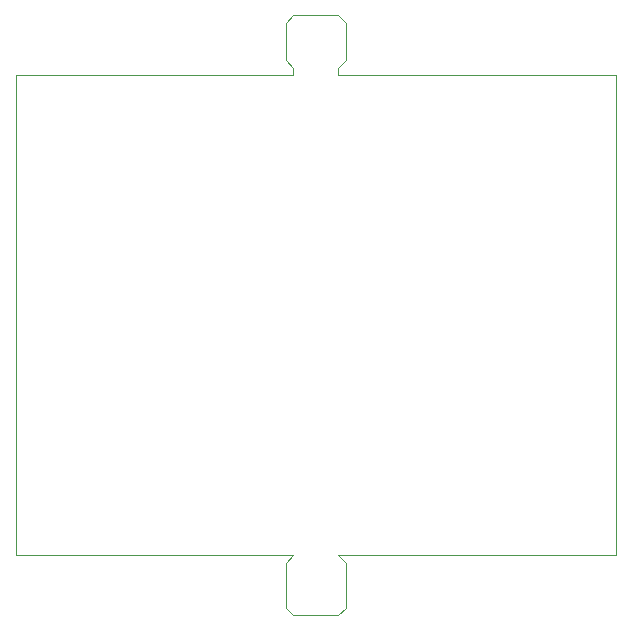
<source format=gbr>
G04 (created by PCBNEW (2013-07-07 BZR 4022)-stable) date 02/11/2014 17:15:00*
%MOIN*%
G04 Gerber Fmt 3.4, Leading zero omitted, Abs format*
%FSLAX34Y34*%
G01*
G70*
G90*
G04 APERTURE LIST*
%ADD10C,0.00590551*%
%ADD11C,0.00393701*%
G04 APERTURE END LIST*
G54D10*
G54D11*
X10750Y0D02*
X20000Y0D01*
X11000Y-250D02*
X10750Y0D01*
X11000Y-1750D02*
X11000Y-250D01*
X10750Y-2000D02*
X11000Y-1750D01*
X9250Y-2000D02*
X10750Y-2000D01*
X9000Y-1750D02*
X9250Y-2000D01*
X9000Y-250D02*
X9000Y-1750D01*
X9250Y0D02*
X9000Y-250D01*
X0Y0D02*
X9250Y0D01*
X10750Y16000D02*
X20000Y16000D01*
X10750Y16250D02*
X10750Y16000D01*
X11000Y16500D02*
X10750Y16250D01*
X11000Y17750D02*
X11000Y16500D01*
X10750Y18000D02*
X11000Y17750D01*
X9250Y18000D02*
X10750Y18000D01*
X9000Y17750D02*
X9250Y18000D01*
X9000Y16500D02*
X9000Y17750D01*
X9250Y16250D02*
X9000Y16500D01*
X9250Y16000D02*
X9250Y16250D01*
X0Y16000D02*
X9250Y16000D01*
X20000Y16000D02*
X20000Y0D01*
X0Y0D02*
X0Y16000D01*
M02*

</source>
